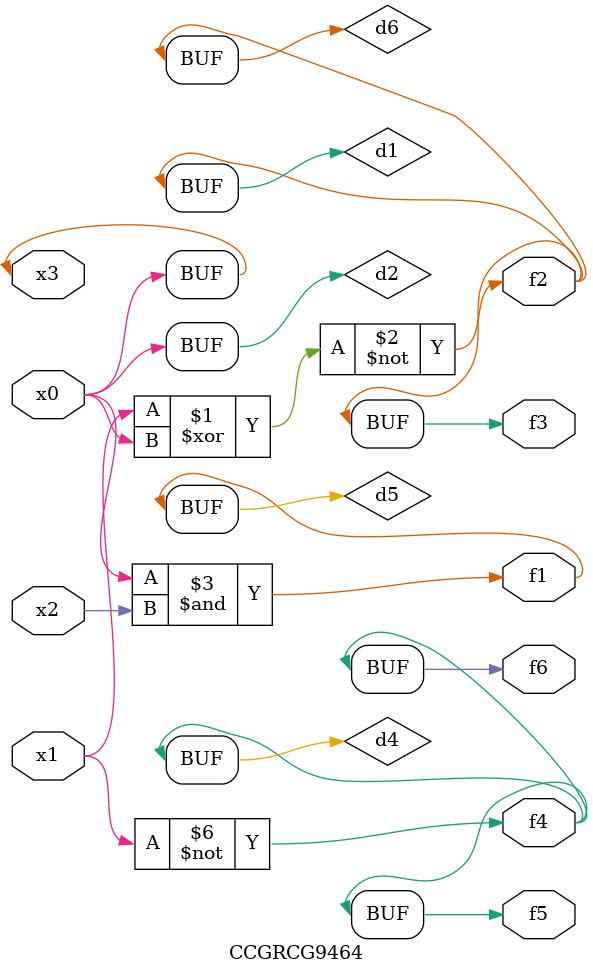
<source format=v>
module CCGRCG9464(
	input x0, x1, x2, x3,
	output f1, f2, f3, f4, f5, f6
);

	wire d1, d2, d3, d4, d5, d6;

	xnor (d1, x1, x3);
	buf (d2, x0, x3);
	nand (d3, x0, x2);
	not (d4, x1);
	nand (d5, d3);
	or (d6, d1);
	assign f1 = d5;
	assign f2 = d6;
	assign f3 = d6;
	assign f4 = d4;
	assign f5 = d4;
	assign f6 = d4;
endmodule

</source>
